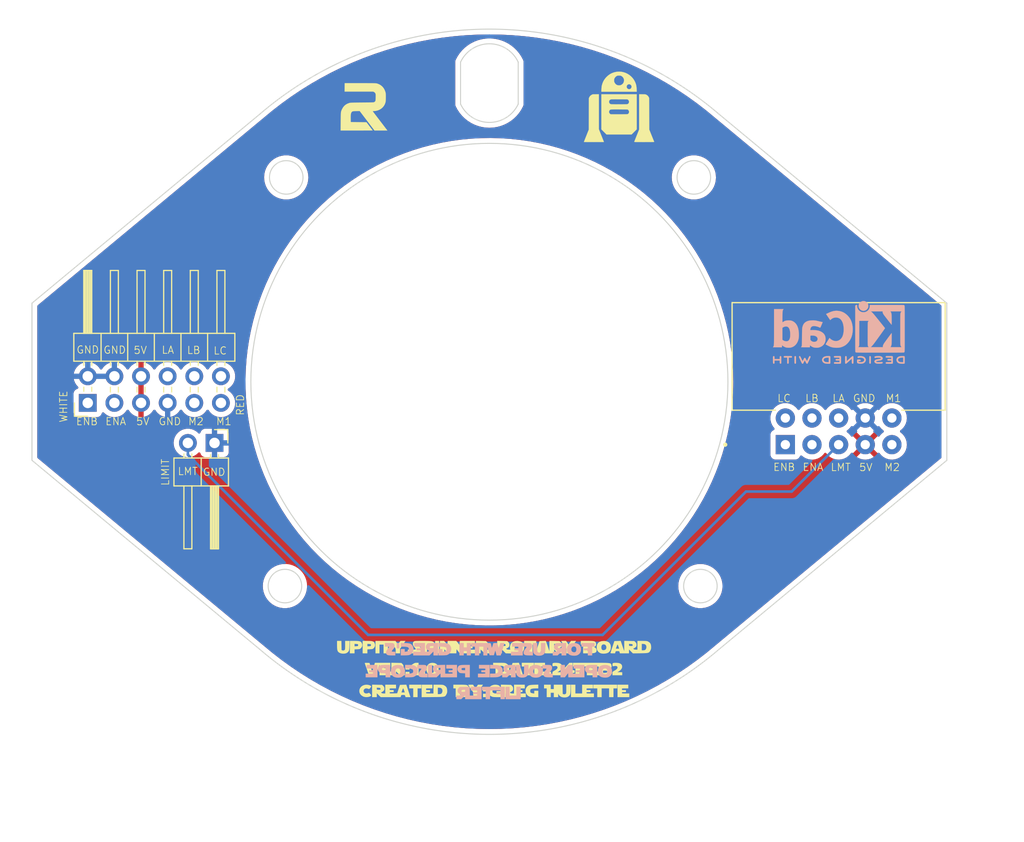
<source format=kicad_pcb>
(kicad_pcb (version 20211014) (generator pcbnew)
  (layers (0 "F.Cu" signal) (1 "In1.Cu" signal) (2 "In2.Cu" signal) (31 "B.Cu" signal) (34 "B.Paste" user) (35 "F.Paste" user) (36 "B.SilkS" user "B.Silkscreen") (37 "F.SilkS" user "F.Silkscreen") (38 "B.Mask" user) (39 "F.Mask" user) (44 "Edge.Cuts" user))
  (net 0 "")
  (net 1 "RTR_ENB")
  (net 2 "GND")
  (net 3 "RTR_ENA")
  (net 4 "5V")
  (net 5 "LKIT_A")
  (net 6 "RMOT1")
  (net 7 "LKIT_B")
  (net 8 "RMOT2")
  (net 9 "LKIT_C")
  (net 10 "RTR_LIMIT")
  (footprint "Logos:RotaryBoardLogo-StarWarsFont3" (layer "F.Cu") (at 147.045 125.06)
    (fp_text reference "G***" hide)
    (fp_text value "LOGO" hide)
  )
  (footprint "Connector_PinHeader_2.54mm:PinHeader_1x02_P2.54mm_Horizontal" (layer "F.Cu") (at 120.41 103.34 -90)
    (fp_text reference "J3" hide)
    (fp_text value "Limit" hide)
    (pad "1" thru_hole rect locked (at 0 0 270) (size 1.7 1.7) (drill 1) (layers *.Cu *.Mask) (net 2 "GND"))
    (pad "2" thru_hole oval locked (at 0 2.54 270) (size 1.7 1.7) (drill 1) (layers *.Cu *.Mask) (net 10 "RTR_LIMIT"))
  )
  (footprint "Logos:R2_Logo_V2" (layer "F.Cu") (at 134.66 71.62)
    (fp_text reference "G***" hide)
    (fp_text value "LOGO" hide)
  )
  (footprint "Connector_Pin:TE_1761607-3Uppity" (layer "F.Cu") (at 174.85325 103.5035)
    (fp_text reference "J2" hide)
    (fp_text value "Lifter Board Connector" hide)
    (pad "1" thru_hole rect (at 0 0) (size 1.836 1.836) (drill 0.89) (layers *.Cu *.Mask) (net 1 "RTR_ENB"))
    (pad "2" thru_hole circle (at 0 -2.54) (size 1.836 1.836) (drill 0.89) (layers *.Cu *.Mask) (net 9 "LKIT_C"))
    (pad "3" thru_hole circle (at 2.54 0) (size 1.836 1.836) (drill 0.89) (layers *.Cu *.Mask) (net 3 "RTR_ENA"))
    (pad "4" thru_hole circle (at 2.54 -2.54) (size 1.836 1.836) (drill 0.89) (layers *.Cu *.Mask) (net 7 "LKIT_B"))
    (pad "5" thru_hole circle (at 5.08 0) (size 1.836 1.836) (drill 0.89) (layers *.Cu *.Mask) (net 10 "RTR_LIMIT"))
    (pad "6" thru_hole circle (at 5.08 -2.54) (size 1.836 1.836) (drill 0.89) (layers *.Cu *.Mask) (net 5 "LKIT_A"))
    (pad "7" thru_hole circle (at 7.62 0) (size 1.836 1.836) (drill 0.89) (layers *.Cu *.Mask) (net 4 "5V"))
    (pad "8" thru_hole circle (at 7.62 -2.54) (size 1.836 1.836) (drill 0.89) (layers *.Cu *.Mask) (net 2 "GND"))
    (pad "9" thru_hole circle (at 10.16 0) (size 1.836 1.836) (drill 0.89) (layers *.Cu *.Mask) (net 8 "RMOT2"))
    (pad "10" thru_hole circle (at 10.16 -2.54) (size 1.836 1.836) (drill 0.89) (layers *.Cu *.Mask) (net 6 "RMOT1"))
  )
  (footprint "Connector_PinHeader_2.54mm:PinHeader_2x06_P2.54mm_Horizontal" (layer "F.Cu") (at 108.32 99.52 90)
    (fp_text reference "J1" hide)
    (fp_text value "Motor Lights")
    (pad "1" thru_hole rect locked (at 0 0 90) (size 1.7 1.7) (drill 1) (layers *.Cu *.Mask) (net 1 "RTR_ENB"))
    (pad "2" thru_hole oval locked (at 2.54 0 90) (size 1.7 1.7) (drill 1) (layers *.Cu *.Mask) (net 2 "GND"))
    (pad "3" thru_hole oval locked (at 0 2.54 90) (size 1.7 1.7) (drill 1) (layers *.Cu *.Mask) (net 3 "RTR_ENA"))
    (pad "4" thru_hole oval locked (at 2.54 2.54 90) (size 1.7 1.7) (drill 1) (layers *.Cu *.Mask) (net 2 "GND"))
    (pad "5" thru_hole oval locked (at 0 5.08 90) (size 1.7 1.7) (drill 1) (layers *.Cu *.Mask) (net 4 "5V"))
    (pad "6" thru_hole oval locked (at 2.54 5.08 90) (size 1.7 1.7) (drill 1) (layers *.Cu *.Mask) (net 4 "5V"))
    (pad "7" thru_hole oval locked (at 0 7.62 90) (size 1.7 1.7) (drill 1) (layers *.Cu *.Mask) (net 2 "GND"))
    (pad "8" thru_hole oval locked (at 2.54 7.62 90) (size 1.7 1.7) (drill 1) (layers *.Cu *.Mask) (net 5 "LKIT_A"))
    (pad "9" thru_hole oval locked (at 0 10.16 90) (size 1.7 1.7) (drill 1) (layers *.Cu *.Mask) (net 6 "RMOT1"))
    (pad "10" thru_hole oval locked (at 2.54 10.16 90) (size 1.7 1.7) (drill 1) (layers *.Cu *.Mask) (net 7 "LKIT_B"))
    (pad "11" thru_hole oval locked (at 0 12.7 90) (size 1.7 1.7) (drill 1) (layers *.Cu *.Mask) (net 8 "RMOT2"))
    (pad "12" thru_hole oval locked (at 2.54 12.7 90) (size 1.7 1.7) (drill 1) (layers *.Cu *.Mask) (net 9 "LKIT_C"))
  )
  (footprint "Symbol:r2" (layer "F.Cu") (at 159.02 71.295448)
    (fp_text reference "G***" hide)
    (fp_text value "LOGO" hide)
  )
  (footprint "Logos:RotaryBoardLogo-StarWarsFontLowerText" (layer "B.Cu") (at 146.625 125.257913 180)
    (fp_text reference "G***" hide)
    (fp_text value "LOGO" hide)
  )
  (footprint "Symbol:KiCad-Logo2_5mm_SilkScreen" (layer "B.Cu") (at 179.96 92.78 180)
    (fp_text reference "REF**" hide)
    (fp_text value "KiCad-Logo2_5mm_SilkScreen" hide)
  )
  (gr_circle (center 166.75 117) (end 168.35 117) (layer "Edge.Cuts") (width 0.1) (fill none))
  (gr_circle (center 166.125 78) (end 167.725 78) (layer "Edge.Cuts") (width 0.1) (fill none))
  (gr_arc (start 124.73 71.96) (mid 146.625 63.849931) (end 168.52 71.96) (layer "Edge.Cuts") (width 0.1))
  (gr_line (start 149.375 67) (end 149.375 71) (layer "Edge.Cuts") (width 0.1))
  (gr_circle (center 146.625 97.5) (end 169.375 97.5) (layer "Edge.Cuts") (width 0.1) (fill none))
  (gr_circle (center 127.125 117) (end 128.725 117) (layer "Edge.Cuts") (width 0.1) (fill none))
  (gr_line (start 190.25 90) (end 168.52 71.96) (layer "Edge.Cuts") (width 0.1))
  (gr_line (start 190.25 105) (end 168.52 123.04) (layer "Edge.Cuts") (width 0.1))
  (gr_line (start 103 90) (end 103 105) (layer "Edge.Cuts") (width 0.1))
  (gr_line (start 143.875 67) (end 143.875 71) (layer "Edge.Cuts") (width 0.1))
  (gr_arc (start 168.52 123.04) (mid 146.625 131.150069) (end 124.73 123.04) (layer "Edge.Cuts") (width 0.1))
  (gr_arc (start 143.875 67) (mid 146.625 65.248057) (end 149.375 67) (layer "Edge.Cuts") (width 0.1))
  (gr_arc (start 149.375 71) (mid 146.625 72.751943) (end 143.875 71) (layer "Edge.Cuts") (width 0.1))
  (gr_line (start 103 90) (end 124.73 71.96) (layer "Edge.Cuts") (width 0.1))
  (gr_line (start 190.25 90) (end 190.25 105) (layer "Edge.Cuts") (width 0.1))
  (gr_circle (center 127.25 78) (end 128.85 78) (layer "Edge.Cuts") (width 0.1) (fill none))
  (gr_line (start 103 105) (end 124.73 123.04) (layer "Edge.Cuts") (width 0.1))
  (gr_text "5V" (at 113.33 94.49) (layer "F.SilkS") (effects (font (size 0.7 0.7) (thickness 0.075))))
  (gr_text "ENA" (at 177.49 105.65) (layer "F.SilkS") (effects (font (size 0.7 0.7) (thickness 0.075))))
  (gr_text "LIMIT" (at 115.72 106.14 90) (layer "F.SilkS") (effects (font (size 0.7 0.7) (thickness 0.075))))
  (gr_text "GND" (at 108.32 94.45) (layer "F.SilkS") (effects (font (size 0.7 0.7) (thickness 0.075))))
  (gr_text "RED" (at 122.87 99.708167 90) (layer "F.SilkS") (effects (font (size 0.7 0.7) (thickness 0.075))))
  (gr_text "M1" (at 121.3 101.29) (layer "F.SilkS") (effects (font (size 0.7 0.7) (thickness 0.075))))
  (gr_text "LB" (at 118.42 94.49) (layer "F.SilkS") (effects (font (size 0.7 0.7) (thickness 0.075))))
  (gr_text "5V" (at 182.53 105.67) (layer "F.SilkS") (effects (font (size 0.7 0.7) (thickness 0.075))))
  (gr_text "M2" (at 185.04 105.66) (layer "F.SilkS") (effects (font (size 0.7 0.7) (thickness 0.075))))
  (gr_text "GND" (at 110.89 94.47) (layer "F.SilkS") (effects (font (size 0.7 0.7) (thickness 0.075))))
  (gr_text "LC" (at 120.95 94.54) (layer "F.SilkS") (effects (font (size 0.7 0.7) (thickness 0.075))))
  (gr_text "5V" (at 113.57 101.29) (layer "F.SilkS") (effects (font (size 0.7 0.7) (thickness 0.075))))
  (gr_text "GND" (at 182.37 99.08) (layer "F.SilkS") (effects (font (size 0.7 0.7) (thickness 0.075))))
  (gr_text "M1" (at 185.17 99.08) (layer "F.SilkS") (effects (font (size 0.7 0.7) (thickness 0.075))))
  (gr_text "ENA" (at 110.99 101.29) (layer "F.SilkS") (effects (font (size 0.7 0.7) (thickness 0.075))))
  (gr_text "LA" (at 179.93 99.08) (layer "F.SilkS") (effects (font (size 0.7 0.7) (thickness 0.075))))
  (gr_text "LA" (at 115.96 94.47) (layer "F.SilkS") (effects (font (size 0.7 0.7) (thickness 0.075))))
  (gr_text "WHITE" (at 106.01 99.87 90) (layer "F.SilkS") (effects (font (size 0.7 0.7) (thickness 0.075))))
  (gr_text "LMT" (at 117.86 106.05) (layer "F.SilkS") (effects (font (size 0.7 0.7) (thickness 0.075))))
  (gr_text "LC" (at 174.73 99.08) (layer "F.SilkS") (effects (font (size 0.7 0.7) (thickness 0.075))))
  (gr_text "GND" (at 116.15 101.29) (layer "F.SilkS") (effects (font (size 0.7 0.7) (thickness 0.075))))
  (gr_text "LMT" (at 180.13 105.66) (layer "F.SilkS") (effects (font (size 0.7 0.7) (thickness 0.075))))
  (gr_text "GND" (at 120.37 106.12) (layer "F.SilkS") (effects (font (size 0.7 0.7) (thickness 0.075))))
  (gr_text "ENB" (at 174.74 105.65) (layer "F.SilkS") (effects (font (size 0.7 0.7) (thickness 0.075))))
  (gr_text "M2" (at 118.64 101.29) (layer "F.SilkS") (effects (font (size 0.7 0.7) (thickness 0.075))))
  (gr_text "ENB" (at 108.24 101.29) (layer "F.SilkS") (effects (font (size 0.7 0.7) (thickness 0.075))))
  (gr_text "LB" (at 177.39 99.08) (layer "F.SilkS") (effects (font (size 0.7 0.7) (thickness 0.075))))
  (segment (start 175.45675 107.98) (end 171.1 107.98) (width 0.25) (layer "B.Cu") (net 10))
  (segment (start 157.42 121.66) (end 135.06 121.66) (width 0.25) (layer "B.Cu") (net 10))
  (segment (start 171.1 107.98) (end 157.42 121.66) (width 0.25) (layer "B.Cu") (net 10))
  (segment (start 135.06 121.66) (end 117.87 104.47) (width 0.25) (layer "B.Cu") (net 10))
  (segment (start 179.93325 103.5035) (end 175.45675 107.98) (width 0.25) (layer "B.Cu") (net 10))
  (segment (start 117.87 104.47) (end 117.87 103.34) (width 0.25) (layer "B.Cu") (net 10))
  (zone (net 4) (net_name "5V") (layer "F.Cu") (connect_pads (clearance 0.508)) (min_thickness 0.254) (fill yes (thermal_gap 0.508) (thermal_bridge_width 0.508))
    (polygon (pts (xy 194.33 139.33) (xy 99.95 139.82) (xy 102.66 63.2) (xy 192.59 62.42)))
  )
  (zone (net 2) (net_name "GND") (layer "B.Cu") (connect_pads (clearance 0.508)) (min_thickness 0.254) (fill yes (thermal_gap 0.508) (thermal_bridge_width 0.508))
    (polygon (pts (xy 197.42 61.36) (xy 197.51 139.04) (xy 101.59 141.46) (xy 100.05 61.07)))
  )
)
</source>
